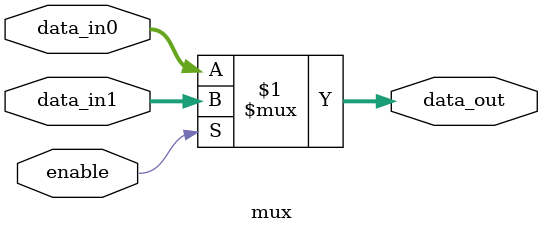
<source format=v>
module mux(
	input wire						enable,
	input wire  signed[31:0]		data_in0,
	input wire  signed[31:0]		data_in1,

	output wire signed[31:0]		data_out
);

	assign data_out = (enable)? data_in1 : data_in0;

endmodule


</source>
